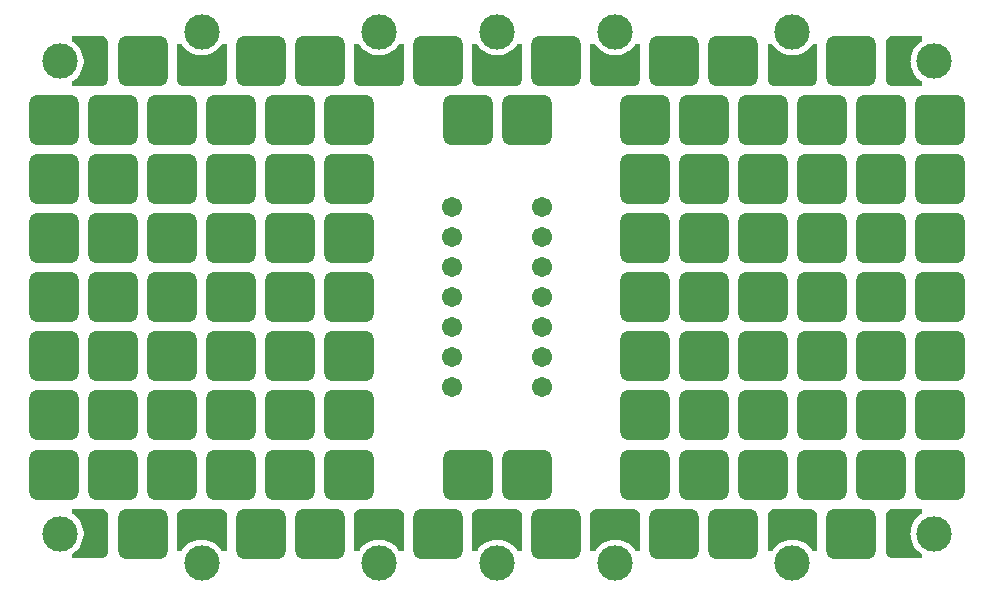
<source format=gts>
G04*
G04 #@! TF.GenerationSoftware,Altium Limited,Altium Designer,24.6.1 (21)*
G04*
G04 Layer_Color=8388736*
%FSLAX44Y44*%
%MOMM*%
G71*
G04*
G04 #@! TF.SameCoordinates,9B16286B-4A24-460F-9477-999D6B2B2959*
G04*
G04*
G04 #@! TF.FilePolarity,Negative*
G04*
G01*
G75*
G04:AMPARAMS|DCode=14|XSize=4.2mm|YSize=4.2mm|CornerRadius=0.6mm|HoleSize=0mm|Usage=FLASHONLY|Rotation=180.000|XOffset=0mm|YOffset=0mm|HoleType=Round|Shape=RoundedRectangle|*
%AMROUNDEDRECTD14*
21,1,4.2000,3.0000,0,0,180.0*
21,1,3.0000,4.2000,0,0,180.0*
1,1,1.2000,-1.5000,1.5000*
1,1,1.2000,1.5000,1.5000*
1,1,1.2000,1.5000,-1.5000*
1,1,1.2000,-1.5000,-1.5000*
%
%ADD14ROUNDEDRECTD14*%
%ADD15C,1.7032*%
%ADD16C,3.0000*%
G36*
X759750Y-32826D02*
X758664Y-33523D01*
X756637Y-35120D01*
X754833Y-36964D01*
X753281Y-39025D01*
X752007Y-41268D01*
X751032Y-43657D01*
X750374Y-46151D01*
X750042Y-48710D01*
X750000Y-50000D01*
X750042Y-51290D01*
X750374Y-53849D01*
X751032Y-56343D01*
X752007Y-58732D01*
X753281Y-60975D01*
X754833Y-63036D01*
X756637Y-64880D01*
X758664Y-66477D01*
X759750Y-67174D01*
X759750Y-67174D01*
Y-71000D01*
X735000D01*
X733807Y-71000D01*
X731601Y-70087D01*
X729913Y-68399D01*
X729000Y-66193D01*
X729000Y-65000D01*
Y-50000D01*
X729000Y-35000D01*
X729000Y-33807D01*
X729913Y-31601D01*
X731601Y-29913D01*
X733807Y-29000D01*
X735000Y-29000D01*
X735000Y-29000D01*
X759750D01*
Y-32826D01*
D02*
G37*
G36*
X421000Y-65000D02*
Y-66193D01*
X420087Y-68399D01*
X418399Y-70086D01*
X416194Y-71000D01*
X383806D01*
X381601Y-70086D01*
X379913Y-68399D01*
X379000Y-66193D01*
Y-65000D01*
Y-35250D01*
X382826D01*
X383523Y-36336D01*
X385120Y-38363D01*
X386964Y-40167D01*
X389025Y-41719D01*
X391268Y-42993D01*
X393657Y-43967D01*
X396152Y-44626D01*
X398710Y-44958D01*
X400000Y-45000D01*
X401290Y-44958D01*
X403848Y-44626D01*
X406343Y-43967D01*
X408732Y-42993D01*
X410975Y-41719D01*
X413036Y-40167D01*
X414880Y-38363D01*
X416477Y-36336D01*
X417174Y-35250D01*
X421000Y-35250D01*
Y-65000D01*
D02*
G37*
G36*
X671000D02*
Y-66193D01*
X670087Y-68399D01*
X668399Y-70086D01*
X666193Y-71000D01*
X633806D01*
X631601Y-70086D01*
X629913Y-68399D01*
X629000Y-66193D01*
Y-65000D01*
Y-35250D01*
X632826D01*
X633523Y-36336D01*
X635120Y-38363D01*
X636964Y-40167D01*
X639025Y-41719D01*
X641268Y-42993D01*
X643657Y-43967D01*
X646152Y-44626D01*
X648710Y-44958D01*
X650000Y-45000D01*
Y-45000D01*
X650000D01*
X650000D01*
D01*
X651290Y-44958D01*
X653848Y-44626D01*
X656343Y-43968D01*
X658732Y-42993D01*
X660975Y-41719D01*
X663036Y-40167D01*
X664880Y-38363D01*
X666477Y-36336D01*
X667174Y-35250D01*
X671000Y-35250D01*
Y-65000D01*
D02*
G37*
G36*
X521000D02*
Y-66193D01*
X520087Y-68399D01*
X518399Y-70086D01*
X516194Y-71000D01*
X483806D01*
X481601Y-70086D01*
X479913Y-68399D01*
X479000Y-66193D01*
Y-65000D01*
Y-35250D01*
X482826D01*
X483523Y-36336D01*
X485120Y-38363D01*
X486964Y-40167D01*
X489025Y-41719D01*
X491268Y-42993D01*
X493657Y-43967D01*
X496152Y-44626D01*
X498710Y-44958D01*
X500000Y-45000D01*
Y-45000D01*
X500000D01*
X500000D01*
D01*
X501290Y-44958D01*
X503848Y-44626D01*
X506343Y-43968D01*
X508732Y-42993D01*
X510975Y-41719D01*
X513036Y-40167D01*
X514880Y-38363D01*
X516477Y-36336D01*
X517174Y-35250D01*
X521000Y-35250D01*
Y-65000D01*
D02*
G37*
G36*
X321000D02*
Y-66193D01*
X320087Y-68399D01*
X318399Y-70086D01*
X316194Y-71000D01*
X283806D01*
X281601Y-70086D01*
X279913Y-68399D01*
X279000Y-66193D01*
Y-65000D01*
Y-35250D01*
X282826D01*
X283523Y-36336D01*
X285120Y-38363D01*
X286964Y-40167D01*
X289025Y-41719D01*
X291268Y-42993D01*
X293657Y-43967D01*
X296152Y-44626D01*
X298710Y-44958D01*
X300000Y-45000D01*
Y-45000D01*
X300000D01*
X300000D01*
D01*
X301290Y-44958D01*
X303848Y-44626D01*
X306343Y-43968D01*
X308732Y-42993D01*
X310975Y-41719D01*
X313036Y-40167D01*
X314880Y-38363D01*
X316477Y-36336D01*
X317174Y-35250D01*
X321000Y-35250D01*
Y-65000D01*
D02*
G37*
G36*
X171000D02*
Y-66193D01*
X170087Y-68399D01*
X168399Y-70086D01*
X166194Y-71000D01*
X133806D01*
X131601Y-70086D01*
X129913Y-68399D01*
X129000Y-66193D01*
Y-65000D01*
Y-35250D01*
X132826D01*
X133523Y-36336D01*
X135120Y-38363D01*
X136964Y-40167D01*
X139025Y-41719D01*
X141268Y-42993D01*
X143657Y-43967D01*
X146152Y-44626D01*
X148710Y-44958D01*
X150000Y-45000D01*
Y-45000D01*
X150000D01*
X150000D01*
D01*
X151290Y-44958D01*
X153848Y-44626D01*
X156343Y-43968D01*
X158732Y-42993D01*
X160975Y-41719D01*
X163036Y-40167D01*
X164880Y-38363D01*
X166477Y-36336D01*
X167174Y-35250D01*
X171000Y-35250D01*
Y-65000D01*
D02*
G37*
G36*
X65000Y-29000D02*
X66193Y-29000D01*
X68399Y-29913D01*
X70087Y-31601D01*
X71000Y-33807D01*
X71000Y-35000D01*
X71000Y-50000D01*
Y-65000D01*
X71000D01*
X71000Y-66193D01*
X70087Y-68399D01*
X68399Y-70087D01*
X66193Y-71000D01*
X65000Y-71000D01*
X40250D01*
Y-67174D01*
X41336Y-66477D01*
X43363Y-64880D01*
X45167Y-63036D01*
X46719Y-60975D01*
X47993Y-58732D01*
X48967Y-56343D01*
X49626Y-53849D01*
X49958Y-51290D01*
X50000Y-50000D01*
X50000D01*
X49958Y-48710D01*
X49626Y-46151D01*
X48967Y-43657D01*
X47993Y-41268D01*
X46719Y-39025D01*
X45167Y-36964D01*
X43363Y-35120D01*
X41336Y-33523D01*
X40250Y-32826D01*
X40250Y-29000D01*
X65000D01*
Y-29000D01*
D02*
G37*
G36*
X759750Y-432826D02*
X759750D01*
X758664Y-433523D01*
X756637Y-435120D01*
X754833Y-436964D01*
X753280Y-439025D01*
X752007Y-441268D01*
X751032Y-443657D01*
X750374Y-446152D01*
X750042Y-448710D01*
X750000Y-450000D01*
X750042Y-451290D01*
X750374Y-453848D01*
X751032Y-456343D01*
X752007Y-458732D01*
X753281Y-460975D01*
X754833Y-463036D01*
X756637Y-464880D01*
X758664Y-466477D01*
X759750Y-467174D01*
Y-471000D01*
X735000D01*
X735000Y-471000D01*
X733807Y-471000D01*
X731601Y-470087D01*
X729913Y-468399D01*
X729000Y-466194D01*
X729000Y-465000D01*
X729000Y-450000D01*
Y-435000D01*
X729000Y-433806D01*
X729913Y-431601D01*
X731601Y-429913D01*
X733807Y-429000D01*
X735000Y-429000D01*
X759750Y-429000D01*
Y-432826D01*
D02*
G37*
G36*
X68399Y-429913D02*
X70086Y-431601D01*
X71000Y-433806D01*
X71000Y-435000D01*
X71000D01*
Y-450000D01*
X71000Y-465000D01*
X71000Y-466194D01*
X70086Y-468399D01*
X68399Y-470087D01*
X66193Y-471000D01*
X65000Y-471000D01*
Y-471000D01*
X40250D01*
X40250Y-467174D01*
X41336Y-466477D01*
X43363Y-464880D01*
X45167Y-463036D01*
X46719Y-460975D01*
X47993Y-458732D01*
X48967Y-456343D01*
X49626Y-453848D01*
X49958Y-451290D01*
X50000Y-450000D01*
X50000Y-450000D01*
X49958Y-448710D01*
X49626Y-446152D01*
X48967Y-443657D01*
X47993Y-441268D01*
X46719Y-439025D01*
X45167Y-436964D01*
X43363Y-435120D01*
X41336Y-433523D01*
X40250Y-432826D01*
Y-429000D01*
X65000Y-429000D01*
X66193Y-429000D01*
X68399Y-429913D01*
D02*
G37*
G36*
X668399Y-429913D02*
X670087Y-431601D01*
X671000Y-433807D01*
Y-435000D01*
Y-464750D01*
X667174D01*
X667174Y-464750D01*
X666477Y-463664D01*
X664880Y-461637D01*
X663036Y-459833D01*
X660975Y-458281D01*
X658732Y-457007D01*
X656343Y-456032D01*
X653848Y-455374D01*
X651290Y-455042D01*
X650000Y-455000D01*
Y-455000D01*
X648710Y-455042D01*
X646152Y-455374D01*
X643657Y-456032D01*
X641268Y-457007D01*
X639025Y-458281D01*
X636964Y-459833D01*
X635120Y-461637D01*
X633523Y-463664D01*
X632826Y-464750D01*
X629000Y-464750D01*
Y-435000D01*
Y-433807D01*
X629913Y-431601D01*
X631601Y-429913D01*
X633806Y-429000D01*
X666193D01*
X668399Y-429913D01*
D02*
G37*
G36*
X518399D02*
X520087Y-431601D01*
X521000Y-433807D01*
Y-435000D01*
Y-464750D01*
X517174D01*
X517174Y-464750D01*
X516477Y-463664D01*
X514880Y-461637D01*
X513036Y-459833D01*
X510975Y-458281D01*
X508732Y-457007D01*
X506343Y-456032D01*
X503848Y-455374D01*
X501290Y-455042D01*
X500000Y-455000D01*
Y-455000D01*
X498710Y-455042D01*
X496152Y-455374D01*
X493657Y-456032D01*
X491268Y-457007D01*
X489025Y-458281D01*
X486964Y-459832D01*
X485120Y-461637D01*
X483523Y-463664D01*
X482826Y-464750D01*
X479000Y-464750D01*
Y-435000D01*
Y-433807D01*
X479913Y-431601D01*
X481601Y-429913D01*
X483806Y-429000D01*
X516194D01*
X518399Y-429913D01*
D02*
G37*
G36*
X418399D02*
X420087Y-431601D01*
X421000Y-433807D01*
Y-435000D01*
Y-464750D01*
X417174D01*
X417174Y-464750D01*
X416477Y-463664D01*
X414880Y-461637D01*
X413036Y-459833D01*
X410975Y-458281D01*
X408732Y-457007D01*
X406343Y-456032D01*
X403848Y-455374D01*
X401290Y-455042D01*
X400000Y-455000D01*
X398710Y-455042D01*
X396152Y-455374D01*
X393657Y-456032D01*
X391268Y-457007D01*
X389025Y-458281D01*
X386964Y-459833D01*
X385120Y-461637D01*
X383523Y-463664D01*
X382826Y-464750D01*
X379000Y-464750D01*
Y-435000D01*
Y-433807D01*
X379913Y-431601D01*
X381601Y-429913D01*
X383806Y-429000D01*
X416194D01*
X418399Y-429913D01*
D02*
G37*
G36*
X318399D02*
X320087Y-431601D01*
X321000Y-433807D01*
Y-435000D01*
Y-464750D01*
X317174D01*
X317174Y-464750D01*
X316477Y-463664D01*
X314880Y-461637D01*
X313036Y-459833D01*
X310975Y-458281D01*
X308732Y-457007D01*
X306343Y-456032D01*
X303848Y-455374D01*
X301290Y-455042D01*
X300000Y-455000D01*
Y-455000D01*
X298710Y-455042D01*
X296152Y-455374D01*
X293657Y-456032D01*
X291268Y-457007D01*
X289025Y-458281D01*
X286964Y-459833D01*
X285120Y-461637D01*
X283523Y-463664D01*
X282826Y-464750D01*
X279000Y-464750D01*
Y-435000D01*
Y-433807D01*
X279913Y-431601D01*
X281601Y-429913D01*
X283806Y-429000D01*
X316193D01*
X318399Y-429913D01*
D02*
G37*
G36*
X168399D02*
X170086Y-431601D01*
X171000Y-433807D01*
Y-435000D01*
Y-464750D01*
X167174D01*
X167174Y-464750D01*
X166477Y-463664D01*
X164880Y-461637D01*
X163036Y-459833D01*
X160975Y-458281D01*
X158732Y-457007D01*
X156343Y-456032D01*
X153848Y-455374D01*
X151290Y-455042D01*
X150000Y-455000D01*
Y-455000D01*
X148710Y-455042D01*
X146152Y-455374D01*
X143657Y-456032D01*
X141268Y-457007D01*
X139025Y-458281D01*
X136964Y-459833D01*
X135120Y-461637D01*
X133523Y-463664D01*
X132826Y-464750D01*
X129000Y-464750D01*
Y-435000D01*
Y-433807D01*
X129913Y-431601D01*
X131601Y-429913D01*
X133806Y-429000D01*
X166194D01*
X168399Y-429913D01*
D02*
G37*
D14*
X425000Y-400000D02*
D03*
Y-100000D02*
D03*
X375000D02*
D03*
Y-400000D02*
D03*
X775000Y-300000D02*
D03*
Y-250000D02*
D03*
Y-200000D02*
D03*
X275000Y-350000D02*
D03*
X225000D02*
D03*
Y-150000D02*
D03*
Y-200000D02*
D03*
Y-250000D02*
D03*
X275000D02*
D03*
Y-200000D02*
D03*
Y-150000D02*
D03*
X225000Y-300000D02*
D03*
X275000D02*
D03*
X525000Y-350000D02*
D03*
Y-300000D02*
D03*
Y-250000D02*
D03*
Y-200000D02*
D03*
Y-150000D02*
D03*
X100000Y-450000D02*
D03*
X200000D02*
D03*
X250000D02*
D03*
X550000D02*
D03*
X600000D02*
D03*
X700000D02*
D03*
X450000D02*
D03*
X350000D02*
D03*
X450000Y-50000D02*
D03*
X350000D02*
D03*
X775000Y-400000D02*
D03*
X725000D02*
D03*
X525000D02*
D03*
X675000D02*
D03*
X275000D02*
D03*
X225000D02*
D03*
X175000D02*
D03*
X125000D02*
D03*
X75000D02*
D03*
X25000D02*
D03*
X625000D02*
D03*
X575000D02*
D03*
X775000Y-350000D02*
D03*
X725000D02*
D03*
X675000D02*
D03*
X175000D02*
D03*
X125000D02*
D03*
X75000D02*
D03*
X25000D02*
D03*
X625000D02*
D03*
X575000D02*
D03*
X625000Y-150000D02*
D03*
X575000D02*
D03*
X625000Y-200000D02*
D03*
X575000D02*
D03*
X625000Y-250000D02*
D03*
X575000D02*
D03*
X175000Y-150000D02*
D03*
Y-200000D02*
D03*
Y-250000D02*
D03*
X575000Y-300000D02*
D03*
X625000D02*
D03*
X25000D02*
D03*
X75000D02*
D03*
X125000D02*
D03*
X25000Y-250000D02*
D03*
X75000D02*
D03*
X125000D02*
D03*
X25000Y-200000D02*
D03*
X75000D02*
D03*
X125000D02*
D03*
X25000Y-150000D02*
D03*
X75000D02*
D03*
X125000D02*
D03*
X100000Y-50000D02*
D03*
X200000D02*
D03*
X250000D02*
D03*
X550000D02*
D03*
X600000D02*
D03*
X700000D02*
D03*
X275000Y-100000D02*
D03*
X225000D02*
D03*
X175000D02*
D03*
X125000D02*
D03*
X75000D02*
D03*
X25000D02*
D03*
X175000Y-300000D02*
D03*
X675000D02*
D03*
Y-100000D02*
D03*
X625000D02*
D03*
X575000D02*
D03*
X525000D02*
D03*
X675000Y-150000D02*
D03*
Y-200000D02*
D03*
Y-250000D02*
D03*
X725000Y-200000D02*
D03*
Y-150000D02*
D03*
X775000D02*
D03*
X725000Y-100000D02*
D03*
X775000D02*
D03*
X725000Y-250000D02*
D03*
Y-300000D02*
D03*
D15*
X438300Y-326100D02*
D03*
Y-300700D02*
D03*
X438300Y-275300D02*
D03*
X362000Y-326200D02*
D03*
Y-300800D02*
D03*
X362000Y-275400D02*
D03*
X362000Y-173800D02*
D03*
X362000Y-199200D02*
D03*
X362000Y-224600D02*
D03*
Y-250000D02*
D03*
X438200Y-173800D02*
D03*
Y-199200D02*
D03*
X438200Y-224600D02*
D03*
X438200Y-250000D02*
D03*
D16*
X30000Y-450000D02*
D03*
X650000Y-475000D02*
D03*
X150000D02*
D03*
X300000D02*
D03*
X500000D02*
D03*
X400000D02*
D03*
X770000Y-450000D02*
D03*
X30000Y-50000D02*
D03*
X400000Y-25000D02*
D03*
X300000D02*
D03*
X500000D02*
D03*
X650000D02*
D03*
X150000D02*
D03*
X770000Y-50000D02*
D03*
M02*

</source>
